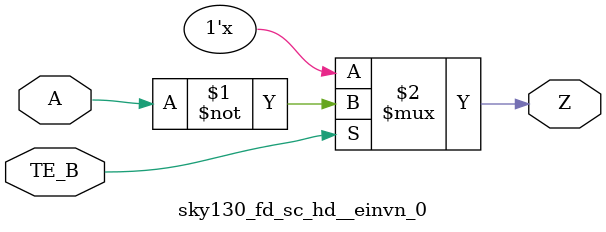
<source format=v>
/*
 * Copyright 2020 The SkyWater PDK Authors
 *
 * Licensed under the Apache License, Version 2.0 (the "License");
 * you may not use this file except in compliance with the License.
 * You may obtain a copy of the License at
 *
 *     https://www.apache.org/licenses/LICENSE-2.0
 *
 * Unless required by applicable law or agreed to in writing, software
 * distributed under the License is distributed on an "AS IS" BASIS,
 * WITHOUT WARRANTIES OR CONDITIONS OF ANY KIND, either express or implied.
 * See the License for the specific language governing permissions and
 * limitations under the License.
 *
 * SPDX-License-Identifier: Apache-2.0
*/


`ifndef SKY130_FD_SC_HD__EINVN_0_FUNCTIONAL_V
`define SKY130_FD_SC_HD__EINVN_0_FUNCTIONAL_V

/**
 * einvn: Tri-state inverter, negative enable.
 *
 * Verilog simulation functional model.
 */

`timescale 1ns / 1ps
`default_nettype none

`celldefine
module sky130_fd_sc_hd__einvn_0 (
    Z   ,
    A   ,
    TE_B
);

    // Module ports
    output Z   ;
    input  A   ;
    input  TE_B;

    //     Name     Output  Other arguments
    notif0 notif00 (Z     , A, TE_B        );

endmodule
`endcelldefine

`default_nettype wire
`endif  // SKY130_FD_SC_HD__EINVN_0_FUNCTIONAL_V

</source>
